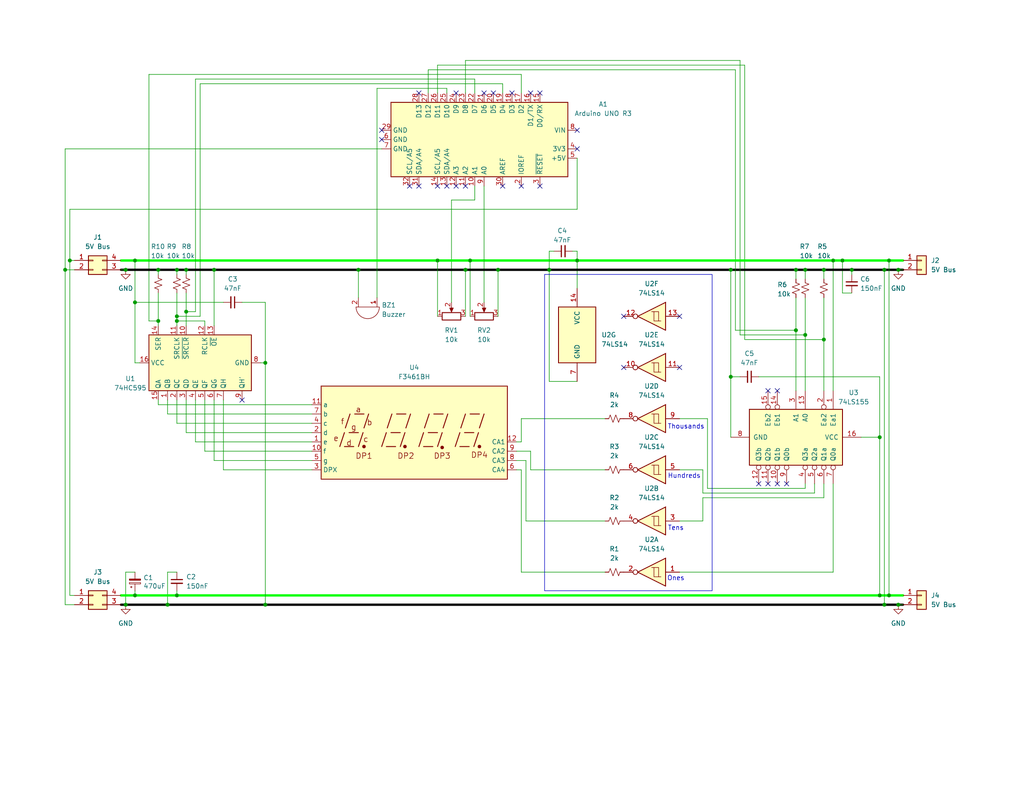
<source format=kicad_sch>
(kicad_sch (version 20250114) (generator "eeschema") (generator_version "9.0")
  (paper "USLetter")
  (title_block (title "7Driver") (date "2025-04-17") (rev "1") (company "Illusion Interactive"))
  (lib_symbols
    (symbol "74xx:74HC595"
      (property "Reference" "U" (at -7.62 13.97 0))
      (property "Value" "74HC595" (at -7.62 -16.51 0))
      (symbol "74HC595_1_0"
        (pin input line (at -10.16 10.16 0) (length 2.54) (name "SER") (number "14"))
        (pin input line (at -10.16 5.08 0) (length 2.54) (name "SRCLK") (number "11"))
        (pin input line (at -10.16 2.54 0) (length 2.54) (name "~{SRCLR}") (number "10"))
        (pin input line (at -10.16 -2.54 0) (length 2.54) (name "RCLK") (number "12"))
        (pin input line (at -10.16 -5.08 0) (length 2.54) (name "~{OE}") (number "13"))
        (pin power_in line (at 0 15.24 270) (length 2.54) (name "VCC") (number "16"))
        (pin power_in line (at 0 -17.78 90) (length 2.54) (name "GND") (number "8"))
        (pin tri_state line (at 10.16 10.16 180) (length 2.54) (name "QA") (number "15"))
        (pin tri_state line (at 10.16 7.62 180) (length 2.54) (name "QB") (number "1"))
        (pin tri_state line (at 10.16 5.08 180) (length 2.54) (name "QC") (number "2"))
        (pin tri_state line (at 10.16 2.54 180) (length 2.54) (name "QD") (number "3"))
        (pin tri_state line (at 10.16 0 180) (length 2.54) (name "QE") (number "4"))
        (pin tri_state line (at 10.16 -2.54 180) (length 2.54) (name "QF") (number "5"))
        (pin tri_state line (at 10.16 -5.08 180) (length 2.54) (name "QG") (number "6"))
        (pin tri_state line (at 10.16 -7.62 180) (length 2.54) (name "QH") (number "7"))
        (pin output line (at 10.16 -12.7 180) (length 2.54) (name "QH'") (number "9"))
      )
      (symbol "74HC595_1_1"
        (rectangle (start -7.62 12.7) (end 7.62 -15.24) (stroke (width 0.254)) (fill (type background)))
      )
    )
    (symbol "74xx:74LS14" (pin_names (offset 1.016))
      (property "Reference" "U" (at 0 1.27 0))
      (property "Value" "74LS14" (at 0 -1.27 0))
      (symbol "74LS14_1_0"
        (polyline (pts (xy -3.81 3.81) (xy -3.81 -3.81) (xy 3.81 0) (xy -3.81 3.81)) (stroke (width 0.254)) (fill (type background)))
        (pin input line (at -7.62 0 0) (length 3.81) (name "~") (number "1"))
        (pin output inverted (at 7.62 0 180) (length 3.81) (name "~") (number "2"))
      )
      (symbol "74LS14_1_1"
        (polyline (pts (xy -2.54 -1.27) (xy -0.635 -1.27) (xy -0.635 1.27) (xy 0 1.27)))
        (polyline (pts (xy -1.905 -1.27) (xy -1.905 1.27) (xy -0.635 1.27)))
      )
      (symbol "74LS14_2_0"
        (polyline (pts (xy -3.81 3.81) (xy -3.81 -3.81) (xy 3.81 0) (xy -3.81 3.81)) (stroke (width 0.254)) (fill (type background)))
        (pin input line (at -7.62 0 0) (length 3.81) (name "~") (number "3"))
        (pin output inverted (at 7.62 0 180) (length 3.81) (name "~") (number "4"))
      )
      (symbol "74LS14_2_1"
        (polyline (pts (xy -2.54 -1.27) (xy -0.635 -1.27) (xy -0.635 1.27) (xy 0 1.27)))
        (polyline (pts (xy -1.905 -1.27) (xy -1.905 1.27) (xy -0.635 1.27)))
      )
      (symbol "74LS14_3_0"
        (polyline (pts (xy -3.81 3.81) (xy -3.81 -3.81) (xy 3.81 0) (xy -3.81 3.81)) (stroke (width 0.254)) (fill (type background)))
        (pin input line (at -7.62 0 0) (length 3.81) (name "~") (number "5"))
        (pin output inverted (at 7.62 0 180) (length 3.81) (name "~") (number "6"))
      )
      (symbol "74LS14_3_1"
        (polyline (pts (xy -2.54 -1.27) (xy -0.635 -1.27) (xy -0.635 1.27) (xy 0 1.27)))
        (polyline (pts (xy -1.905 -1.27) (xy -1.905 1.27) (xy -0.635 1.27)))
      )
      (symbol "74LS14_4_0"
        (polyline (pts (xy -3.81 3.81) (xy -3.81 -3.81) (xy 3.81 0) (xy -3.81 3.81)) (stroke (width 0.254)) (fill (type background)))
        (pin input line (at -7.62 0 0) (length 3.81) (name "~") (number "9"))
        (pin output inverted (at 7.62 0 180) (length 3.81) (name "~") (number "8"))
      )
      (symbol "74LS14_4_1"
        (polyline (pts (xy -2.54 -1.27) (xy -0.635 -1.27) (xy -0.635 1.27) (xy 0 1.27)))
        (polyline (pts (xy -1.905 -1.27) (xy -1.905 1.27) (xy -0.635 1.27)))
      )
      (symbol "74LS14_5_0"
        (polyline (pts (xy -3.81 3.81) (xy -3.81 -3.81) (xy 3.81 0) (xy -3.81 3.81)) (stroke (width 0.254)) (fill (type background)))
        (pin input line (at -7.62 0 0) (length 3.81) (name "~") (number "11"))
        (pin output inverted (at 7.62 0 180) (length 3.81) (name "~") (number "10"))
      )
      (symbol "74LS14_5_1"
        (polyline (pts (xy -2.54 -1.27) (xy -0.635 -1.27) (xy -0.635 1.27) (xy 0 1.27)))
        (polyline (pts (xy -1.905 -1.27) (xy -1.905 1.27) (xy -0.635 1.27)))
      )
      (symbol "74LS14_6_0"
        (polyline (pts (xy -3.81 3.81) (xy -3.81 -3.81) (xy 3.81 0) (xy -3.81 3.81)) (stroke (width 0.254)) (fill (type background)))
        (pin input line (at -7.62 0 0) (length 3.81) (name "~") (number "13"))
        (pin output inverted (at 7.62 0 180) (length 3.81) (name "~") (number "12"))
      )
      (symbol "74LS14_6_1"
        (polyline (pts (xy -2.54 -1.27) (xy -0.635 -1.27) (xy -0.635 1.27) (xy 0 1.27)))
        (polyline (pts (xy -1.905 -1.27) (xy -1.905 1.27) (xy -0.635 1.27)))
      )
      (symbol "74LS14_7_0"
        (pin power_in line (at 0 12.7 270) (length 5.08) (name "VCC") (number "14"))
        (pin power_in line (at 0 -12.7 90) (length 5.08) (name "GND") (number "7"))
      )
      (symbol "74LS14_7_1"
        (rectangle (start -5.08 7.62) (end 5.08 -7.62) (stroke (width 0.254)) (fill (type background)))
      )
    )
    (symbol "74xx:74LS155" (pin_names (offset 1.016))
      (property "Reference" "U" (at -7.62 13.97 0))
      (property "Value" "74LS155" (at -7.62 -13.97 0))
      (symbol "74LS155_1_0"
        (pin input line (at -12.7 10.16 0) (length 5.08) (name "Ea1") (number "1"))
        (pin input inverted (at -12.7 7.62 0) (length 5.08) (name "Ea2") (number "2"))
        (pin input line (at -12.7 2.54 0) (length 5.08) (name "A0") (number "13"))
        (pin input line (at -12.7 0 0) (length 5.08) (name "A1") (number "3"))
        (pin input inverted (at -12.7 -5.08 0) (length 5.08) (name "Eb1") (number "14"))
        (pin input inverted (at -12.7 -7.62 0) (length 5.08) (name "Eb2") (number "15"))
        (pin power_in line (at 0 17.78 270) (length 5.08) (name "VCC") (number "16"))
        (pin power_in line (at 0 -17.78 90) (length 5.08) (name "GND") (number "8"))
        (pin output inverted (at 12.7 10.16 180) (length 5.08) (name "Q0a") (number "7"))
        (pin output inverted (at 12.7 7.62 180) (length 5.08) (name "Q1a") (number "6"))
        (pin output inverted (at 12.7 5.08 180) (length 5.08) (name "Q2a") (number "5"))
        (pin output inverted (at 12.7 2.54 180) (length 5.08) (name "Q3a") (number "4"))
        (pin output inverted (at 12.7 -2.54 180) (length 5.08) (name "Q0b") (number "9"))
        (pin output inverted (at 12.7 -5.08 180) (length 5.08) (name "Q1b") (number "10"))
        (pin output inverted (at 12.7 -7.62 180) (length 5.08) (name "Q2b") (number "11"))
        (pin output inverted (at 12.7 -10.16 180) (length 5.08) (name "Q3b") (number "12"))
      )
      (symbol "74LS155_1_1"
        (rectangle (start -7.62 12.7) (end 7.62 -12.7) (stroke (width 0.254)) (fill (type background)))
      )
    )
    (symbol "Connector_Generic:Conn_01x02" (pin_names (offset 1.016) (hide yes))
      (property "Reference" "J" (at 0 2.54 0))
      (property "Value" "Conn_01x02" (at 0 -5.08 0))
      (symbol "Conn_01x02_1_1"
        (rectangle (start -1.27 1.27) (end 1.27 -3.81) (stroke (width 0.254)) (fill (type background)))
        (rectangle (start -1.27 0.127) (end 0 -0.127) (stroke (width 0.1524)))
        (rectangle (start -1.27 -2.413) (end 0 -2.667) (stroke (width 0.1524)))
        (pin passive line (at -5.08 0 0) (length 3.81) (name "Pin_1") (number "1"))
        (pin passive line (at -5.08 -2.54 0) (length 3.81) (name "Pin_2") (number "2"))
      )
    )
    (symbol "Connector_Generic:Conn_02x02_Counter_Clockwise" (pin_names (offset 1.016) (hide yes))
      (property "Reference" "J" (at 1.27 2.54 0))
      (property "Value" "Conn_02x02_Counter_Clockwise" (at 1.27 -5.08 0))
      (symbol "Conn_02x02_Counter_Clockwise_1_1"
        (rectangle (start -1.27 1.27) (end 3.81 -3.81) (stroke (width 0.254)) (fill (type background)))
        (rectangle (start -1.27 0.127) (end 0 -0.127) (stroke (width 0.1524)))
        (rectangle (start -1.27 -2.413) (end 0 -2.667) (stroke (width 0.1524)))
        (rectangle (start 3.81 0.127) (end 2.54 -0.127) (stroke (width 0.1524)))
        (rectangle (start 3.81 -2.413) (end 2.54 -2.667) (stroke (width 0.1524)))
        (pin passive line (at -5.08 0 0) (length 3.81) (name "Pin_1") (number "1"))
        (pin passive line (at -5.08 -2.54 0) (length 3.81) (name "Pin_2") (number "2"))
        (pin passive line (at 7.62 0 180) (length 3.81) (name "Pin_4") (number "4"))
        (pin passive line (at 7.62 -2.54 180) (length 3.81) (name "Pin_3") (number "3"))
      )
    )
    (symbol "Device:Buzzer" (pin_names (offset 0.0254) (hide yes))
      (property "Reference" "BZ" (at 3.81 1.27 0))
      (property "Value" "Buzzer" (at 3.81 -1.27 0))
      (symbol "Buzzer_0_1"
        (polyline (pts (xy -1.651 1.905) (xy -1.143 1.905)))
        (polyline (pts (xy -1.397 2.159) (xy -1.397 1.651)))
        (arc (start 0 3.175) (mid 3.1612 0) (end 0 -3.175))
        (polyline (pts (xy 0 3.175) (xy 0 -3.175)))
      )
      (symbol "Buzzer_1_1"
        (pin passive line (at -2.54 2.54 0) (length 2.54) (name "+") (number "1"))
        (pin passive line (at -2.54 -2.54 0) (length 2.54) (name "-") (number "2"))
      )
    )
    (symbol "Device:C_Polarized_Small" (pin_numbers (hide yes)) (pin_names (offset 0.254) (hide yes))
      (property "Reference" "C" (at 0.254 1.778 0))
      (property "Value" "C_Polarized_Small" (at 0.254 -2.032 0))
      (symbol "C_Polarized_Small_0_1"
        (rectangle (start -1.524 0.6858) (end 1.524 0.3048))
        (rectangle (start -1.524 -0.3048) (end 1.524 -0.6858) (fill (type outline)))
        (polyline (pts (xy -1.27 1.524) (xy -0.762 1.524)))
        (polyline (pts (xy -1.016 1.27) (xy -1.016 1.778)))
      )
      (symbol "C_Polarized_Small_1_1"
        (pin passive line (at 0 2.54 270) (length 1.8542) (name "~") (number "1"))
        (pin passive line (at 0 -2.54 90) (length 1.8542) (name "~") (number "2"))
      )
    )
    (symbol "Device:C_Small" (pin_numbers (hide yes)) (pin_names (offset 0.254) (hide yes))
      (property "Reference" "C" (at 0.254 1.778 0))
      (property "Value" "C_Small" (at 0.254 -2.032 0))
      (symbol "C_Small_0_1"
        (polyline (pts (xy -1.524 0.508) (xy 1.524 0.508)) (stroke (width 0.3048)))
        (polyline (pts (xy -1.524 -0.508) (xy 1.524 -0.508)) (stroke (width 0.3302)))
      )
      (symbol "C_Small_1_1"
        (pin passive line (at 0 2.54 270) (length 2.032) (name "~") (number "1"))
        (pin passive line (at 0 -2.54 90) (length 2.032) (name "~") (number "2"))
      )
    )
    (symbol "Device:R_Potentiometer" (pin_names (offset 1.016) (hide yes))
      (property "Reference" "RV" (at -4.445 0 90))
      (property "Value" "R_Potentiometer" (at -2.54 0 90))
      (symbol "R_Potentiometer_0_1"
        (rectangle (start 1.016 2.54) (end -1.016 -2.54) (stroke (width 0.254)))
        (polyline (pts (xy 1.143 0) (xy 2.286 0.508) (xy 2.286 -0.508) (xy 1.143 0)) (fill (type outline)))
        (polyline (pts (xy 2.54 0) (xy 1.524 0)))
      )
      (symbol "R_Potentiometer_1_1"
        (pin passive line (at 0 3.81 270) (length 1.27) (name "1") (number "1"))
        (pin passive line (at 0 -3.81 90) (length 1.27) (name "3") (number "3"))
        (pin passive line (at 3.81 0 180) (length 1.27) (name "2") (number "2"))
      )
    )
    (symbol "Device:R_Small_US" (pin_numbers (hide yes)) (pin_names (offset 0.254) (hide yes))
      (property "Reference" "R" (at 0.762 0.508 0))
      (property "Value" "R_Small_US" (at 0.762 -1.016 0))
      (symbol "R_Small_US_1_1"
        (polyline (pts (xy 0 1.524) (xy 1.016 1.143) (xy 0 0.762) (xy -1.016 0.381) (xy 0 0)))
        (polyline (pts (xy 0 0) (xy 1.016 -0.381) (xy 0 -0.762) (xy -1.016 -1.143) (xy 0 -1.524)))
        (pin passive line (at 0 2.54 270) (length 1.016) (name "~") (number "1"))
        (pin passive line (at 0 -2.54 90) (length 1.016) (name "~") (number "2"))
      )
    )
    (symbol "Display_Character:CA56-12EWA"
      (property "Reference" "U" (at -24.13 13.97 0))
      (property "Value" "CA56-12EWA" (at 19.05 13.97 0))
      (symbol "CA56-12EWA_0_0"
        (rectangle (start -25.4 12.7) (end 25.4 -12.7) (stroke (width 0.254)) (fill (type background)))
        (polyline (pts (xy -20.32 -3.81) (xy -19.05 0)) (stroke (width 0.254)))
        (polyline (pts (xy -19.05 -3.81) (xy -16.51 -3.81)) (stroke (width 0.254)))
        (polyline (pts (xy -18.796 1.27) (xy -17.526 5.08)) (stroke (width 0.254)))
        (polyline (pts (xy -17.78 0) (xy -15.24 0)) (stroke (width 0.254)))
        (polyline (pts (xy -16.256 5.08) (xy -13.716 5.08)) (stroke (width 0.254)))
        (polyline (pts (xy -15.24 -3.81) (xy -13.97 0)) (stroke (width 0.254)))
        (polyline (pts (xy -13.716 1.27) (xy -12.446 5.08)) (stroke (width 0.254)))
        (polyline (pts (xy -8.89 -3.81) (xy -7.62 0)) (stroke (width 0.254)))
        (polyline (pts (xy -7.62 -3.81) (xy -5.08 -3.81)) (stroke (width 0.254)))
        (polyline (pts (xy -7.366 1.27) (xy -6.096 5.08)) (stroke (width 0.254)))
        (polyline (pts (xy -6.35 0) (xy -3.81 0)) (stroke (width 0.254)))
        (polyline (pts (xy -4.826 5.08) (xy -2.286 5.08)) (stroke (width 0.254)))
        (polyline (pts (xy -3.81 -3.81) (xy -2.54 0)) (stroke (width 0.254)))
        (polyline (pts (xy -2.286 1.27) (xy -1.016 5.08)) (stroke (width 0.254)))
        (polyline (pts (xy 1.27 -3.81) (xy 2.54 0)) (stroke (width 0.254)))
        (polyline (pts (xy 2.54 -3.81) (xy 5.08 -3.81)) (stroke (width 0.254)))
        (polyline (pts (xy 2.794 1.27) (xy 4.064 5.08)) (stroke (width 0.254)))
        (polyline (pts (xy 3.81 0) (xy 6.35 0)) (stroke (width 0.254)))
        (polyline (pts (xy 5.334 5.08) (xy 7.874 5.08)) (stroke (width 0.254)))
        (polyline (pts (xy 6.35 -3.81) (xy 7.62 0)) (stroke (width 0.254)))
        (polyline (pts (xy 7.874 1.27) (xy 9.144 5.08)) (stroke (width 0.254)))
        (polyline (pts (xy 11.176 -3.81) (xy 12.446 0)) (stroke (width 0.254)))
        (polyline (pts (xy 12.446 -3.81) (xy 14.986 -3.81)) (stroke (width 0.254)))
        (polyline (pts (xy 12.7 1.27) (xy 13.97 5.08)) (stroke (width 0.254)))
        (polyline (pts (xy 13.716 0) (xy 16.256 0)) (stroke (width 0.254)))
        (polyline (pts (xy 15.24 5.08) (xy 17.78 5.08)) (stroke (width 0.254)))
        (polyline (pts (xy 16.256 -3.81) (xy 17.526 0)) (stroke (width 0.254)))
        (polyline (pts (xy 17.78 1.27) (xy 19.05 5.08)) (stroke (width 0.254)))
        (text "e" (at -21.336 -1.524 0) (effects (font (size 1.524 1.524))))
        (text "f" (at -19.558 3.048 0) (effects (font (size 1.524 1.524))))
        (text "d" (at -17.78 -2.794 0) (effects (font (size 1.524 1.524))))
        (text "g" (at -16.51 1.524 0) (effects (font (size 1.524 1.524))))
        (text "a" (at -15.24 6.35 0) (effects (font (size 1.524 1.524))))
        (text "DP1" (at -13.716 -6.35 0) (effects (font (size 1.524 1.524))))
        (text "c" (at -13.208 -1.778 0) (effects (font (size 1.524 1.524))))
        (text "b" (at -12.192 2.794 0) (effects (font (size 1.524 1.524))))
        (text "DP2" (at -2.286 -6.35 0) (effects (font (size 1.524 1.524))))
        (text "DP3" (at 7.62 -6.35 0) (effects (font (size 1.524 1.524))))
        (text "DP4" (at 17.78 -6.096 0) (effects (font (size 1.524 1.524))))
      )
      (symbol "CA56-12EWA_0_1"
        (circle (center -13.716 -3.81) (radius 0.3556) (stroke (width 0.254)) (fill (type outline)))
        (circle (center -2.54 -3.81) (radius 0.3556) (stroke (width 0.254)) (fill (type outline)))
      )
      (symbol "CA56-12EWA_1_0"
        (circle (center 7.62 -4.064) (radius 0.3556) (stroke (width 0.254)) (fill (type outline)))
        (circle (center 17.78 -3.81) (radius 0.3556) (stroke (width 0.254)) (fill (type outline)))
      )
      (symbol "CA56-12EWA_1_1"
        (pin input line (at -27.94 7.62 0) (length 2.54) (name "a") (number "11"))
        (pin input line (at -27.94 5.08 0) (length 2.54) (name "b") (number "7"))
        (pin input line (at -27.94 2.54 0) (length 2.54) (name "c") (number "4"))
        (pin input line (at -27.94 0 0) (length 2.54) (name "d") (number "2"))
        (pin input line (at -27.94 -2.54 0) (length 2.54) (name "e") (number "1"))
        (pin input line (at -27.94 -5.08 0) (length 2.54) (name "f") (number "10"))
        (pin input line (at -27.94 -7.62 0) (length 2.54) (name "g") (number "5"))
        (pin input line (at -27.94 -10.16 0) (length 2.54) (name "DPX") (number "3"))
        (pin input line (at 27.94 -2.54 180) (length 2.54) (name "CA1") (number "12"))
        (pin input line (at 27.94 -5.08 180) (length 2.54) (name "CA2") (number "9"))
        (pin input line (at 27.94 -7.62 180) (length 2.54) (name "CA3") (number "8"))
        (pin input line (at 27.94 -10.16 180) (length 2.54) (name "CA4") (number "6"))
      )
    )
    (symbol "MCU_Module:Arduino_UNO_R3"
      (property "Reference" "A" (at -10.16 23.495 0))
      (property "Value" "Arduino_UNO_R3" (at 5.08 -26.67 0))
      (symbol "Arduino_UNO_R3_0_1"
        (rectangle (start -10.16 22.86) (end 10.16 -25.4) (stroke (width 0.254)) (fill (type background)))
      )
      (symbol "Arduino_UNO_R3_1_1"
        (pin bidirectional line (at -12.7 15.24 0) (length 2.54) (name "D0/RX") (number "15"))
        (pin bidirectional line (at -12.7 12.7 0) (length 2.54) (name "D1/TX") (number "16"))
        (pin bidirectional line (at -12.7 10.16 0) (length 2.54) (name "D2") (number "17"))
        (pin bidirectional line (at -12.7 7.62 0) (length 2.54) (name "D3") (number "18"))
        (pin bidirectional line (at -12.7 5.08 0) (length 2.54) (name "D4") (number "19"))
        (pin bidirectional line (at -12.7 2.54 0) (length 2.54) (name "D5") (number "20"))
        (pin bidirectional line (at -12.7 0 0) (length 2.54) (name "D6") (number "21"))
        (pin bidirectional line (at -12.7 -2.54 0) (length 2.54) (name "D7") (number "22"))
        (pin bidirectional line (at -12.7 -5.08 0) (length 2.54) (name "D8") (number "23"))
        (pin bidirectional line (at -12.7 -7.62 0) (length 2.54) (name "D9") (number "24"))
        (pin bidirectional line (at -12.7 -10.16 0) (length 2.54) (name "D10") (number "25"))
        (pin bidirectional line (at -12.7 -12.7 0) (length 2.54) (name "D11") (number "26"))
        (pin bidirectional line (at -12.7 -15.24 0) (length 2.54) (name "D12") (number "27"))
        (pin bidirectional line (at -12.7 -17.78 0) (length 2.54) (name "D13") (number "28"))
        (pin no_connect line (at -10.16 -20.32 0) (length 2.54) (hide yes) (name "NC") (number "1"))
        (pin power_in line (at -2.54 25.4 270) (length 2.54) (name "VIN") (number "8"))
        (pin power_in line (at -2.54 -27.94 90) (length 2.54) (name "GND") (number "29"))
        (pin power_in line (at 0 -27.94 90) (length 2.54) (name "GND") (number "6"))
        (pin power_out line (at 2.54 25.4 270) (length 2.54) (name "3V3") (number "4"))
        (pin power_in line (at 2.54 -27.94 90) (length 2.54) (name "GND") (number "7"))
        (pin power_out line (at 5.08 25.4 270) (length 2.54) (name "+5V") (number "5"))
        (pin input line (at 12.7 15.24 180) (length 2.54) (name "~{RESET}") (number "3"))
        (pin output line (at 12.7 10.16 180) (length 2.54) (name "IOREF") (number "2"))
        (pin input line (at 12.7 5.08 180) (length 2.54) (name "AREF") (number "30"))
        (pin bidirectional line (at 12.7 0 180) (length 2.54) (name "A0") (number "9"))
        (pin bidirectional line (at 12.7 -2.54 180) (length 2.54) (name "A1") (number "10"))
        (pin bidirectional line (at 12.7 -5.08 180) (length 2.54) (name "A2") (number "11"))
        (pin bidirectional line (at 12.7 -7.62 180) (length 2.54) (name "A3") (number "12"))
        (pin bidirectional line (at 12.7 -10.16 180) (length 2.54) (name "SDA/A4") (number "13"))
        (pin bidirectional line (at 12.7 -12.7 180) (length 2.54) (name "SCL/A5") (number "14"))
        (pin bidirectional line (at 12.7 -17.78 180) (length 2.54) (name "SDA/A4") (number "31"))
        (pin bidirectional line (at 12.7 -20.32 180) (length 2.54) (name "SCL/A5") (number "32"))
      )
    )
    (symbol "power:GND" (power) (pin_numbers (hide yes)) (pin_names (offset 0) (hide yes))
      (property "Value" "GND" (at 0 -3.81 0))
      (symbol "GND_0_1"
        (polyline (pts (xy 0 0) (xy 0 -1.27) (xy 1.27 -1.27) (xy 0 -2.54) (xy -1.27 -1.27) (xy 0 -1.27)))
      )
      (symbol "GND_1_1"
        (pin power_in line (at 0 0 270) (length 0) (name "~") (number "1"))
      )
    )
  )
  (rectangle (start 148.59 74.93) (end 194.31 161.29))
  (text "Thousands" (at 187.198 116.586 0) (effects (font (size 1.27 1.27))))
  (text "Hundreds" (at 186.69 130.048 0) (effects (font (size 1.27 1.27))))
  (text "Ones" (at 184.404 157.988 0) (effects (font (size 1.27 1.27))))
  (text "Tens" (at 184.404 144.272 0) (effects (font (size 1.27 1.27))))
  (junction (at 43.18 73.66))
  (junction (at 229.87 71.12))
  (junction (at 242.57 71.12))
  (junction (at 199.39 73.66))
  (junction (at 19.05 71.12))
  (junction (at 34.29 73.66))
  (junction (at 128.27 71.12))
  (junction (at 219.71 73.66))
  (junction (at 240.03 162.56))
  (junction (at 97.79 73.66))
  (junction (at 232.41 73.66))
  (junction (at 240.03 119.38))
  (junction (at 241.3 165.1))
  (junction (at 48.26 73.66))
  (junction (at 50.8 73.66))
  (junction (at 224.79 92.71))
  (junction (at 217.17 73.66))
  (junction (at 157.48 71.12))
  (junction (at 135.89 73.66))
  (junction (at 36.83 82.55))
  (junction (at 242.57 162.56))
  (junction (at 48.26 87.63))
  (junction (at 36.83 71.12))
  (junction (at 245.11 73.66))
  (junction (at 50.8 85.09))
  (junction (at 72.39 165.1))
  (junction (at 48.26 86.36))
  (junction (at 119.38 71.12))
  (junction (at 17.78 73.66))
  (junction (at 217.17 90.17))
  (junction (at 199.39 102.87))
  (junction (at 241.3 73.66))
  (junction (at 34.29 165.1))
  (junction (at 245.11 165.1))
  (junction (at 48.26 162.56))
  (junction (at 224.79 73.66))
  (junction (at 43.18 87.63))
  (junction (at 58.42 73.66))
  (junction (at 127 73.66))
  (junction (at 45.72 165.1))
  (junction (at 219.71 91.44))
  (junction (at 227.33 71.12))
  (junction (at 36.83 162.56))
  (junction (at 72.39 99.06))
  (junction (at 149.86 73.66))
  (no_connect (at 124.46 50.8))
  (no_connect (at 157.48 40.64))
  (no_connect (at 207.01 132.08))
  (no_connect (at 66.04 109.22))
  (no_connect (at 114.3 25.4))
  (no_connect (at 132.08 25.4))
  (no_connect (at 212.09 106.68))
  (no_connect (at 170.18 86.36))
  (no_connect (at 185.42 100.33))
  (no_connect (at 144.78 25.4))
  (no_connect (at 121.92 50.8))
  (no_connect (at 127 50.8))
  (no_connect (at 147.32 25.4))
  (no_connect (at 214.63 132.08))
  (no_connect (at 185.42 86.36))
  (no_connect (at 139.7 25.4))
  (no_connect (at 124.46 25.4))
  (no_connect (at 104.14 35.56))
  (no_connect (at 170.18 100.33))
  (no_connect (at 104.14 38.1))
  (no_connect (at 137.16 50.8))
  (no_connect (at 119.38 50.8))
  (no_connect (at 142.24 50.8))
  (no_connect (at 134.62 25.4))
  (no_connect (at 209.55 106.68))
  (no_connect (at 209.55 132.08))
  (no_connect (at 212.09 132.08))
  (no_connect (at 157.48 35.56))
  (no_connect (at 111.76 50.8))
  (no_connect (at 147.32 50.8))
  (no_connect (at 114.3 50.8))
  (wire (pts (xy 36.83 82.55) (xy 60.96 82.55)))
  (wire (pts (xy 201.93 16.51) (xy 201.93 91.44)))
  (wire (pts (xy 55.88 109.22) (xy 55.88 123.19)))
  (wire (pts (xy 66.04 82.55) (xy 72.39 82.55)))
  (wire (pts (xy 48.26 73.66) (xy 50.8 73.66)) (stroke (width 0.635) (color 0 0 0 1)))
  (wire (pts (xy 123.19 54.61) (xy 129.54 54.61)))
  (wire (pts (xy 17.78 165.1) (xy 17.78 73.66)))
  (wire (pts (xy 34.29 73.66) (xy 43.18 73.66)) (stroke (width 0.635) (color 0 0 0 1)))
  (wire (pts (xy 60.96 109.22) (xy 60.96 128.27)))
  (wire (pts (xy 219.71 73.66) (xy 219.71 76.2)))
  (wire (pts (xy 33.02 73.66) (xy 34.29 73.66)) (stroke (width 0.635) (color 0 0 0 1)))
  (wire (pts (xy 20.32 165.1) (xy 17.78 165.1)))
  (wire (pts (xy 242.57 162.56) (xy 246.38 162.56)) (stroke (width 0.635) (color 0 255 0 1)))
  (wire (pts (xy 135.89 73.66) (xy 135.89 86.36)))
  (wire (pts (xy 193.04 114.3) (xy 185.42 114.3)))
  (wire (pts (xy 33.02 71.12) (xy 36.83 71.12)) (stroke (width 0.635) (color 0 255 0 1)))
  (wire (pts (xy 137.16 25.4) (xy 137.16 22.86)))
  (wire (pts (xy 193.04 133.35) (xy 193.04 114.3)))
  (wire (pts (xy 219.71 91.44) (xy 219.71 106.68)))
  (wire (pts (xy 20.32 162.56) (xy 19.05 162.56)))
  (wire (pts (xy 240.03 162.56) (xy 242.57 162.56)) (stroke (width 0.635) (color 0 255 0 1)))
  (wire (pts (xy 72.39 165.1) (xy 241.3 165.1)) (stroke (width 0.635) (color 0 0 0 1)))
  (wire (pts (xy 191.77 142.24) (xy 185.42 142.24)))
  (wire (pts (xy 127 25.4) (xy 127 16.51)))
  (wire (pts (xy 54.61 22.86) (xy 54.61 86.36)))
  (wire (pts (xy 199.39 73.66) (xy 217.17 73.66)) (stroke (width 0.635) (color 0 0 0 1)))
  (wire (pts (xy 36.83 82.55) (xy 36.83 99.06)))
  (wire (pts (xy 17.78 40.64) (xy 17.78 73.66)))
  (wire (pts (xy 34.29 156.21) (xy 34.29 165.1)))
  (wire (pts (xy 53.34 21.59) (xy 53.34 85.09)))
  (wire (pts (xy 129.54 25.4) (xy 129.54 21.59)))
  (wire (pts (xy 60.96 128.27) (xy 85.09 128.27)))
  (wire (pts (xy 53.34 85.09) (xy 50.8 85.09)))
  (wire (pts (xy 36.83 99.06) (xy 38.1 99.06)))
  (wire (pts (xy 43.18 73.66) (xy 48.26 73.66)) (stroke (width 0.635) (color 0 0 0 1)))
  (wire (pts (xy 242.57 71.12) (xy 246.38 71.12)) (stroke (width 0.635) (color 0 255 0 1)))
  (wire (pts (xy 165.1 114.3) (xy 142.24 114.3)))
  (wire (pts (xy 129.54 21.59) (xy 53.34 21.59)))
  (wire (pts (xy 142.24 25.4) (xy 142.24 20.32)))
  (wire (pts (xy 34.29 165.1) (xy 45.72 165.1)) (stroke (width 0.635) (color 0 0 0 1)))
  (wire (pts (xy 165.1 142.24) (xy 143.51 142.24)))
  (wire (pts (xy 245.11 165.1) (xy 246.38 165.1)) (stroke (width 0.635) (color 0 0 0 1)))
  (wire (pts (xy 33.02 162.56) (xy 36.83 162.56)) (stroke (width 0.635) (color 0 255 0 1)))
  (wire (pts (xy 224.79 73.66) (xy 232.41 73.66)) (stroke (width 0.635) (color 0 0 0 1)))
  (wire (pts (xy 224.79 92.71) (xy 224.79 106.68)))
  (wire (pts (xy 127 73.66) (xy 127 86.36)))
  (wire (pts (xy 71.12 99.06) (xy 72.39 99.06)))
  (wire (pts (xy 43.18 110.49) (xy 43.18 109.22)))
  (wire (pts (xy 45.72 165.1) (xy 72.39 165.1)) (stroke (width 0.635) (color 0 0 0 1)))
  (wire (pts (xy 45.72 113.03) (xy 85.09 113.03)))
  (wire (pts (xy 128.27 71.12) (xy 157.48 71.12)) (stroke (width 0.635) (color 0 255 0 1)))
  (wire (pts (xy 45.72 109.22) (xy 45.72 113.03)))
  (wire (pts (xy 217.17 73.66) (xy 217.17 76.2)))
  (wire (pts (xy 19.05 162.56) (xy 19.05 71.12)))
  (wire (pts (xy 149.86 73.66) (xy 199.39 73.66)) (stroke (width 0.635) (color 0 0 0 1)))
  (wire (pts (xy 55.88 88.9) (xy 55.88 87.63)))
  (wire (pts (xy 185.42 156.21) (xy 227.33 156.21)))
  (wire (pts (xy 43.18 80.01) (xy 43.18 87.63)))
  (wire (pts (xy 43.18 110.49) (xy 85.09 110.49)))
  (wire (pts (xy 121.92 24.13) (xy 121.92 25.4)))
  (wire (pts (xy 116.84 19.05) (xy 200.66 19.05)))
  (wire (pts (xy 157.48 104.14) (xy 149.86 104.14)))
  (wire (pts (xy 165.1 128.27) (xy 144.78 128.27)))
  (wire (pts (xy 43.18 87.63) (xy 43.18 88.9)))
  (wire (pts (xy 50.8 85.09) (xy 50.8 88.9)))
  (wire (pts (xy 224.79 81.28) (xy 224.79 92.71)))
  (wire (pts (xy 143.51 125.73) (xy 140.97 125.73)))
  (wire (pts (xy 36.83 71.12) (xy 119.38 71.12)) (stroke (width 0.635) (color 0 255 0 1)))
  (wire (pts (xy 135.89 73.66) (xy 149.86 73.66)) (stroke (width 0.635) (color 0 0 0 1)))
  (wire (pts (xy 140.97 123.19) (xy 144.78 123.19)))
  (wire (pts (xy 217.17 73.66) (xy 219.71 73.66)) (stroke (width 0.635) (color 0 0 0 1)))
  (wire (pts (xy 219.71 132.08) (xy 219.71 133.35)))
  (wire (pts (xy 165.1 156.21) (xy 142.24 156.21)))
  (wire (pts (xy 48.26 87.63) (xy 55.88 87.63)))
  (wire (pts (xy 142.24 114.3) (xy 142.24 120.65)))
  (wire (pts (xy 58.42 73.66) (xy 97.79 73.66)) (stroke (width 0.635) (color 0 0 0 1)))
  (wire (pts (xy 199.39 102.87) (xy 201.93 102.87)))
  (wire (pts (xy 203.2 17.78) (xy 203.2 92.71)))
  (wire (pts (xy 240.03 119.38) (xy 240.03 162.56)))
  (wire (pts (xy 123.19 82.55) (xy 123.19 54.61)))
  (wire (pts (xy 36.83 71.12) (xy 36.83 82.55)))
  (wire (pts (xy 119.38 71.12) (xy 119.38 86.36)))
  (wire (pts (xy 200.66 19.05) (xy 200.66 90.17)))
  (wire (pts (xy 48.26 161.29) (xy 48.26 162.56)))
  (wire (pts (xy 143.51 125.73) (xy 143.51 142.24)))
  (wire (pts (xy 245.11 73.66) (xy 246.38 73.66)) (stroke (width 0.635) (color 0 0 0 1)))
  (wire (pts (xy 224.79 73.66) (xy 224.79 76.2)))
  (wire (pts (xy 132.08 50.8) (xy 132.08 82.55)))
  (wire (pts (xy 219.71 81.28) (xy 219.71 91.44)))
  (wire (pts (xy 19.05 57.15) (xy 19.05 71.12)))
  (wire (pts (xy 232.41 73.66) (xy 241.3 73.66)) (stroke (width 0.635) (color 0 0 0 1)))
  (wire (pts (xy 40.64 20.32) (xy 40.64 87.63)))
  (wire (pts (xy 140.97 120.65) (xy 142.24 120.65)))
  (wire (pts (xy 127 73.66) (xy 135.89 73.66)) (stroke (width 0.635) (color 0 0 0 1)))
  (wire (pts (xy 55.88 123.19) (xy 85.09 123.19)))
  (wire (pts (xy 142.24 128.27) (xy 140.97 128.27)))
  (wire (pts (xy 50.8 73.66) (xy 50.8 74.93)))
  (wire (pts (xy 144.78 128.27) (xy 144.78 123.19)))
  (wire (pts (xy 157.48 57.15) (xy 19.05 57.15)))
  (wire (pts (xy 102.87 24.13) (xy 121.92 24.13)))
  (wire (pts (xy 219.71 73.66) (xy 224.79 73.66)) (stroke (width 0.635) (color 0 0 0 1)))
  (wire (pts (xy 104.14 40.64) (xy 17.78 40.64)))
  (wire (pts (xy 227.33 71.12) (xy 227.33 106.68)))
  (wire (pts (xy 200.66 90.17) (xy 217.17 90.17)))
  (wire (pts (xy 50.8 73.66) (xy 58.42 73.66)) (stroke (width 0.635) (color 0 0 0 1)))
  (wire (pts (xy 157.48 43.18) (xy 157.48 57.15)))
  (wire (pts (xy 116.84 25.4) (xy 116.84 19.05)))
  (wire (pts (xy 53.34 120.65) (xy 85.09 120.65)))
  (wire (pts (xy 48.26 86.36) (xy 48.26 87.63)))
  (wire (pts (xy 151.13 68.58) (xy 149.86 68.58)))
  (wire (pts (xy 191.77 142.24) (xy 191.77 135.89)))
  (wire (pts (xy 19.05 71.12) (xy 20.32 71.12)))
  (wire (pts (xy 58.42 125.73) (xy 85.09 125.73)))
  (wire (pts (xy 48.26 73.66) (xy 48.26 74.93)))
  (wire (pts (xy 50.8 118.11) (xy 85.09 118.11)))
  (wire (pts (xy 240.03 102.87) (xy 240.03 119.38)))
  (wire (pts (xy 149.86 73.66) (xy 149.86 104.14)))
  (wire (pts (xy 241.3 73.66) (xy 241.3 165.1)))
  (wire (pts (xy 219.71 133.35) (xy 193.04 133.35)))
  (wire (pts (xy 40.64 87.63) (xy 43.18 87.63)))
  (wire (pts (xy 36.83 161.29) (xy 36.83 162.56)))
  (wire (pts (xy 129.54 54.61) (xy 129.54 50.8)))
  (wire (pts (xy 72.39 99.06) (xy 72.39 165.1)))
  (wire (pts (xy 191.77 134.62) (xy 191.77 128.27)))
  (wire (pts (xy 207.01 102.87) (xy 240.03 102.87)))
  (wire (pts (xy 53.34 109.22) (xy 53.34 120.65)))
  (wire (pts (xy 34.29 73.66) (xy 33.02 73.66)))
  (wire (pts (xy 119.38 17.78) (xy 203.2 17.78)))
  (wire (pts (xy 227.33 71.12) (xy 229.87 71.12)) (stroke (width 0.635) (color 0 255 0 1)))
  (wire (pts (xy 72.39 82.55) (xy 72.39 99.06)))
  (wire (pts (xy 43.18 73.66) (xy 43.18 74.93)))
  (wire (pts (xy 157.48 68.58) (xy 157.48 71.12)))
  (wire (pts (xy 242.57 71.12) (xy 242.57 162.56)))
  (wire (pts (xy 45.72 156.21) (xy 45.72 165.1)))
  (wire (pts (xy 156.21 68.58) (xy 157.48 68.58)))
  (wire (pts (xy 137.16 22.86) (xy 54.61 22.86)))
  (wire (pts (xy 203.2 92.71) (xy 224.79 92.71)))
  (wire (pts (xy 54.61 86.36) (xy 48.26 86.36)))
  (wire (pts (xy 48.26 162.56) (xy 240.03 162.56)) (stroke (width 0.635) (color 0 255 0 1)))
  (wire (pts (xy 50.8 109.22) (xy 50.8 118.11)))
  (wire (pts (xy 50.8 80.01) (xy 50.8 85.09)))
  (wire (pts (xy 142.24 20.32) (xy 40.64 20.32)))
  (wire (pts (xy 17.78 73.66) (xy 20.32 73.66)))
  (wire (pts (xy 245.11 73.66) (xy 246.38 73.66)))
  (wire (pts (xy 97.79 73.66) (xy 97.79 81.28)))
  (wire (pts (xy 48.26 115.57) (xy 85.09 115.57)))
  (wire (pts (xy 48.26 156.21) (xy 45.72 156.21)))
  (wire (pts (xy 48.26 80.01) (xy 48.26 86.36)))
  (wire (pts (xy 229.87 71.12) (xy 229.87 80.01)))
  (wire (pts (xy 127 16.51) (xy 201.93 16.51)))
  (wire (pts (xy 241.3 73.66) (xy 245.11 73.66)) (stroke (width 0.635) (color 0 0 0 1)))
  (wire (pts (xy 229.87 71.12) (xy 242.57 71.12)) (stroke (width 0.635) (color 0 255 0 1)))
  (wire (pts (xy 222.25 132.08) (xy 222.25 134.62)))
  (wire (pts (xy 58.42 109.22) (xy 58.42 125.73)))
  (wire (pts (xy 48.26 87.63) (xy 48.26 88.9)))
  (wire (pts (xy 245.11 165.1) (xy 246.38 165.1)))
  (wire (pts (xy 36.83 156.21) (xy 34.29 156.21)))
  (wire (pts (xy 217.17 90.17) (xy 217.17 106.68)))
  (wire (pts (xy 201.93 91.44) (xy 219.71 91.44)))
  (wire (pts (xy 199.39 102.87) (xy 199.39 119.38)))
  (wire (pts (xy 119.38 71.12) (xy 128.27 71.12)) (stroke (width 0.635) (color 0 255 0 1)))
  (wire (pts (xy 241.3 165.1) (xy 245.11 165.1)) (stroke (width 0.635) (color 0 0 0 1)))
  (wire (pts (xy 232.41 80.01) (xy 229.87 80.01)))
  (wire (pts (xy 191.77 128.27) (xy 185.42 128.27)))
  (wire (pts (xy 97.79 73.66) (xy 127 73.66)) (stroke (width 0.635) (color 0 0 0 1)))
  (wire (pts (xy 102.87 24.13) (xy 102.87 81.28)))
  (wire (pts (xy 58.42 73.66) (xy 58.42 88.9)))
  (wire (pts (xy 33.02 165.1) (xy 34.29 165.1)) (stroke (width 0.635) (color 0 0 0 1)))
  (wire (pts (xy 149.86 68.58) (xy 149.86 73.66)))
  (wire (pts (xy 157.48 71.12) (xy 227.33 71.12)) (stroke (width 0.635) (color 0 255 0 1)))
  (wire (pts (xy 199.39 73.66) (xy 199.39 102.87)))
  (wire (pts (xy 142.24 156.21) (xy 142.24 128.27)))
  (wire (pts (xy 48.26 109.22) (xy 48.26 115.57)))
  (wire (pts (xy 128.27 71.12) (xy 128.27 86.36)))
  (wire (pts (xy 157.48 71.12) (xy 157.48 78.74)))
  (wire (pts (xy 36.83 162.56) (xy 48.26 162.56)) (stroke (width 0.635) (color 0 255 0 1)))
  (wire (pts (xy 119.38 25.4) (xy 119.38 17.78)))
  (wire (pts (xy 224.79 135.89) (xy 191.77 135.89)))
  (wire (pts (xy 227.33 132.08) (xy 227.33 156.21)))
  (wire (pts (xy 222.25 134.62) (xy 191.77 134.62)))
  (wire (pts (xy 234.95 119.38) (xy 240.03 119.38)))
  (wire (pts (xy 232.41 74.93) (xy 232.41 73.66)))
  (wire (pts (xy 217.17 90.17) (xy 217.17 81.28)))
  (wire (pts (xy 224.79 132.08) (xy 224.79 135.89)))
  (symbol (lib_id "Display_Character:CA56-12EWA") (at 113.03 118.11 0) (unit 1)
    (property "Reference" "U4" (at 113.03 100.33 0))
    (property "Value" "F3461BH" (at 113.03 102.87 0))
    (property "Footprint" "Display_7Segment:CA56-12EWA" (effects (hide yes)))
    (property "Datasheet" "http://www.kingbrightusa.com/images/catalog/SPEC/CA56-12EWA.pdf" (effects (hide yes)))
    (property "Description" "4 digit 7 segment high efficiency red LED, common anode" (effects (hide yes)))
  )
  (symbol (lib_id "Device:R_Small_US") (at 224.79 78.74 0) (unit 1)
    (property "Reference" "R7" (at 218.186 67.31 0) (effects (justify left)))
    (property "Value" "10k" (at 218.186 69.85 0) (effects (justify left)))
    (property "Description" "Resistor, small US symbol" (effects (hide yes)))
  )
  (symbol (lib_id "Device:C_Small") (at 232.41 77.47 0) (unit 1)
    (property "Reference" "C6" (at 234.696 76.2 0) (effects (justify left)))
    (property "Value" "150nF" (at 234.696 78.74 0) (effects (justify left)))
    (property "Description" "Unpolarized capacitor, small symbol" (effects (hide yes)))
  )
  (symbol (lib_id "74xx:74LS14") (at 177.8 86.36 0) (mirror y) (unit 6)
    (property "Reference" "U2" (at 177.8 77.47 0))
    (property "Value" "74LS14" (at 177.8 80.01 0))
    (property "Datasheet" "http://www.ti.com/lit/gpn/sn74LS14" (effects (hide yes)))
    (property "Description" "Hex inverter schmitt trigger" (effects (hide yes)))
  )
  (symbol (lib_id "Device:R_Small_US") (at 217.17 78.74 0) (unit 1)
    (property "Reference" "R6" (at 212.09 77.724 0) (effects (justify left)))
    (property "Value" "10k" (at 212.09 80.264 0) (effects (justify left)))
    (property "Description" "Resistor, small US symbol" (effects (hide yes)))
  )
  (symbol (lib_id "74xx:74LS155") (at 217.17 119.38 270) (unit 1)
    (property "Reference" "U3" (at 232.918 107.188 90))
    (property "Value" "74LS155" (at 232.918 109.728 90))
    (property "Datasheet" "http://www.ti.com/lit/gpn/sn74LS155" (effects (hide yes)))
    (property "Description" "Dual 2 to 4 lines Decoder/Demultiplexer" (effects (hide yes)))
  )
  (symbol (lib_id "74xx:74LS14") (at 177.8 128.27 0) (mirror y) (unit 3)
    (property "Reference" "U2" (at 177.8 119.38 0))
    (property "Value" "74LS14" (at 177.8 121.92 0))
    (property "Datasheet" "http://www.ti.com/lit/gpn/sn74LS14" (effects (hide yes)))
    (property "Description" "Hex inverter schmitt trigger" (effects (hide yes)))
  )
  (symbol (lib_id "74xx:74LS14") (at 157.48 91.44 0) (unit 7)
    (property "Reference" "U2" (at 164.084 91.44 0) (effects (justify left)))
    (property "Value" "74LS14" (at 164.084 93.98 0) (effects (justify left)))
    (property "Datasheet" "http://www.ti.com/lit/gpn/sn74LS14" (effects (hide yes)))
    (property "Description" "Hex inverter schmitt trigger" (effects (hide yes)))
  )
  (symbol (lib_id "power:GND") (at 245.11 73.66 0) (unit 1)
    (property "Reference" "#PWR03" (effects (hide yes)))
    (property "Value" "GND" (at 245.11 78.74 0))
    (property "Description" "Power symbol creates a global label with name \"GND\" , ground" (effects (hide yes)))
  )
  (symbol (lib_id "power:GND") (at 245.11 165.1 0) (unit 1)
    (property "Reference" "#PWR02" (effects (hide yes)))
    (property "Value" "GND" (at 245.11 170.18 0))
    (property "Description" "Power symbol creates a global label with name \"GND\" , ground" (effects (hide yes)))
  )
  (symbol (lib_id "Device:R_Small_US") (at 167.64 142.24 90) (unit 1)
    (property "Reference" "R2" (at 167.64 135.89 90))
    (property "Value" "2k" (at 167.64 138.43 90))
    (property "Description" "Resistor, small US symbol" (effects (hide yes)))
  )
  (symbol (lib_id "Connector_Generic:Conn_02x02_Counter_Clockwise") (at 25.4 162.56 0) (unit 1)
    (property "Reference" "J3" (at 26.67 156.21 0))
    (property "Value" "5V Bus" (at 26.67 158.75 0))
    (property "Description" "Generic connector, double row, 02x02, counter clockwise pin numbering scheme (similar to DIP package numbering), script generated (kicad-library-utils/schlib/autogen/connector/)" (effects (hide yes)))
  )
  (symbol (lib_id "74xx:74LS14") (at 177.8 114.3 0) (mirror y) (unit 4)
    (property "Reference" "U2" (at 177.8 105.41 0))
    (property "Value" "74LS14" (at 177.8 107.95 0))
    (property "Datasheet" "http://www.ti.com/lit/gpn/sn74LS14" (effects (hide yes)))
    (property "Description" "Hex inverter schmitt trigger" (effects (hide yes)))
  )
  (symbol (lib_id "Device:R_Small_US") (at 167.64 156.21 90) (unit 1)
    (property "Reference" "R1" (at 167.64 149.86 90))
    (property "Value" "2k" (at 167.64 152.4 90))
    (property "Description" "Resistor, small US symbol" (effects (hide yes)))
  )
  (symbol (lib_id "74xx:74LS14") (at 177.8 100.33 0) (mirror y) (unit 5)
    (property "Reference" "U2" (at 177.8 91.44 0))
    (property "Value" "74LS14" (at 177.8 93.98 0))
    (property "Datasheet" "http://www.ti.com/lit/gpn/sn74LS14" (effects (hide yes)))
    (property "Description" "Hex inverter schmitt trigger" (effects (hide yes)))
  )
  (symbol (lib_id "74xx:74LS14") (at 177.8 142.24 0) (mirror y) (unit 2)
    (property "Reference" "U2" (at 177.8 133.35 0))
    (property "Value" "74LS14" (at 177.8 135.89 0))
    (property "Datasheet" "http://www.ti.com/lit/gpn/sn74LS14" (effects (hide yes)))
    (property "Description" "Hex inverter schmitt trigger" (effects (hide yes)))
  )
  (symbol (lib_id "Device:C_Small") (at 48.26 158.75 0) (unit 1)
    (property "Reference" "C2" (at 50.8 157.4862 0) (effects (justify left)))
    (property "Value" "150nF" (at 50.8 160.0262 0) (effects (justify left)))
    (property "Description" "Unpolarized capacitor, small symbol" (effects (hide yes)))
  )
  (symbol (lib_id "Device:R_Small_US") (at 43.18 77.47 0) (unit 1)
    (property "Reference" "R10" (at 41.148 67.31 0) (effects (justify left)))
    (property "Value" "10k" (at 41.148 69.85 0) (effects (justify left)))
    (property "Description" "Resistor, small US symbol" (effects (hide yes)))
  )
  (symbol (lib_id "74xx:74LS14") (at 177.8 156.21 0) (mirror y) (unit 1)
    (property "Reference" "U2" (at 177.8 147.32 0))
    (property "Value" "74LS14" (at 177.8 149.86 0))
    (property "Datasheet" "http://www.ti.com/lit/gpn/sn74LS14" (effects (hide yes)))
    (property "Description" "Hex inverter schmitt trigger" (effects (hide yes)))
  )
  (symbol (lib_id "Device:C_Small") (at 153.67 68.58 90) (unit 1)
    (property "Reference" "C4" (at 153.416 62.992 90))
    (property "Value" "47nF" (at 153.416 65.532 90))
    (property "Description" "Unpolarized capacitor, small symbol" (effects (hide yes)))
  )
  (symbol (lib_id "Device:R_Small_US") (at 167.64 128.27 90) (unit 1)
    (property "Reference" "R3" (at 167.64 121.92 90))
    (property "Value" "2k" (at 167.64 124.46 90))
    (property "Description" "Resistor, small US symbol" (effects (hide yes)))
  )
  (symbol (lib_id "Device:R_Small_US") (at 48.26 77.47 0) (unit 1)
    (property "Reference" "R9" (at 45.466 67.31 0) (effects (justify left)))
    (property "Value" "10k" (at 45.466 69.85 0) (effects (justify left)))
    (property "Description" "Resistor, small US symbol" (effects (hide yes)))
  )
  (symbol (lib_id "Device:C_Polarized_Small") (at 36.83 158.75 0) (mirror x) (unit 1)
    (property "Reference" "C1" (at 39.116 157.734 0) (effects (justify left)))
    (property "Value" "470uF" (at 39.116 160.02 0) (effects (justify left)))
    (property "Description" "Polarized capacitor, small symbol" (effects (hide yes)))
  )
  (symbol (lib_id "Connector_Generic:Conn_02x02_Counter_Clockwise") (at 25.4 71.12 0) (unit 1)
    (property "Reference" "J1" (at 26.67 64.77 0))
    (property "Value" "5V Bus" (at 26.67 67.31 0))
    (property "Description" "Generic connector, double row, 02x02, counter clockwise pin numbering scheme (similar to DIP package numbering), script generated (kicad-library-utils/schlib/autogen/connector/)" (effects (hide yes)))
  )
  (symbol (lib_id "Device:R_Small_US") (at 50.8 77.47 0) (unit 1)
    (property "Reference" "R8" (at 49.53 67.31 0) (effects (justify left)))
    (property "Value" "10k" (at 49.53 69.85 0) (effects (justify left)))
    (property "Description" "Resistor, small US symbol" (effects (hide yes)))
  )
  (symbol (lib_id "Device:C_Small") (at 204.47 102.87 270) (unit 1)
    (property "Reference" "C5" (at 204.4636 96.52 90))
    (property "Value" "47nF" (at 204.4636 99.06 90))
    (property "Description" "Unpolarized capacitor, small symbol" (effects (hide yes)))
  )
  (symbol (lib_id "Connector_Generic:Conn_01x02") (at 251.46 162.56 0) (unit 1)
    (property "Reference" "J4" (at 254 162.5599 0) (effects (justify left)))
    (property "Value" "5V Bus" (at 254 165.0999 0) (effects (justify left)))
    (property "Description" "Generic connector, single row, 01x02, script generated (kicad-library-utils/schlib/autogen/connector/)" (effects (hide yes)))
  )
  (symbol (lib_id "Device:Buzzer") (at 100.33 83.82 270) (unit 1)
    (property "Reference" "BZ1" (at 104.14 83.305 90) (effects (justify left)))
    (property "Value" "Buzzer" (at 104.14 85.845 90) (effects (justify left)))
    (property "Description" "Buzzer, polarized" (effects (hide yes)))
  )
  (symbol (lib_id "power:GND") (at 34.29 73.66 0) (unit 1)
    (property "Reference" "#PWR04" (effects (hide yes)))
    (property "Value" "GND" (at 34.29 78.74 0))
    (property "Description" "Power symbol creates a global label with name \"GND\" , ground" (effects (hide yes)))
  )
  (symbol (lib_id "Device:C_Small") (at 63.5 82.55 270) (unit 1)
    (property "Reference" "C3" (at 63.4936 76.2 90))
    (property "Value" "47nF" (at 63.4936 78.74 90))
    (property "Description" "Unpolarized capacitor, small symbol" (effects (hide yes)))
  )
  (symbol (lib_id "74xx:74HC595") (at 53.34 99.06 90) (mirror x) (unit 1)
    (property "Reference" "U1" (at 35.56 103.378 90))
    (property "Value" "74HC595" (at 35.56 105.918 90))
    (property "Datasheet" "http://www.ti.com/lit/ds/symlink/sn74hc595.pdf" (effects (hide yes)))
    (property "Description" "8-bit serial in/out Shift Register 3-State Outputs" (effects (hide yes)))
  )
  (symbol (lib_id "Device:R_Small_US") (at 219.71 78.74 0) (unit 1)
    (property "Reference" "R5" (at 223.012 67.31 0) (effects (justify left)))
    (property "Value" "10k" (at 223.012 69.85 0) (effects (justify left)))
    (property "Description" "Resistor, small US symbol" (effects (hide yes)))
  )
  (symbol (lib_id "MCU_Module:Arduino_UNO_R3") (at 132.08 38.1 270) (unit 1)
    (property "Reference" "A1" (at 164.592 28.448 90))
    (property "Value" "Arduino UNO R3" (at 164.592 30.988 90))
    (property "Footprint" "Module:Arduino_UNO_R3" (effects (hide yes)))
    (property "Datasheet" "https://www.arduino.cc/en/Main/arduinoBoardUno" (effects (hide yes)))
    (property "Description" "Arduino UNO Microcontroller Module, release 3" (effects (hide yes)))
  )
  (symbol (lib_id "Device:R_Potentiometer") (at 132.08 86.36 90) (unit 1)
    (property "Reference" "RV2" (at 132.08 90.17 90))
    (property "Value" "10k" (at 132.08 92.71 90))
    (property "Description" "Potentiometer" (effects (hide yes)))
  )
  (symbol (lib_id "Device:R_Small_US") (at 167.64 114.3 90) (unit 1)
    (property "Reference" "R4" (at 167.64 107.95 90))
    (property "Value" "2k" (at 167.64 110.49 90))
    (property "Description" "Resistor, small US symbol" (effects (hide yes)))
  )
  (symbol (lib_id "power:GND") (at 34.29 165.1 0) (unit 1)
    (property "Reference" "#PWR01" (effects (hide yes)))
    (property "Value" "GND" (at 34.29 170.18 0))
    (property "Description" "Power symbol creates a global label with name \"GND\" , ground" (effects (hide yes)))
  )
  (symbol (lib_id "Connector_Generic:Conn_01x02") (at 251.46 71.12 0) (unit 1)
    (property "Reference" "J2" (at 254 71.1199 0) (effects (justify left)))
    (property "Value" "5V Bus" (at 254 73.6599 0) (effects (justify left)))
    (property "Description" "Generic connector, single row, 01x02, script generated (kicad-library-utils/schlib/autogen/connector/)" (effects (hide yes)))
  )
  (symbol (lib_id "Device:R_Potentiometer") (at 123.19 86.36 90) (unit 1)
    (property "Reference" "RV1" (at 123.19 90.17 90))
    (property "Value" "10k" (at 123.19 92.71 90))
    (property "Description" "Potentiometer" (effects (hide yes)))
  )
)
</source>
